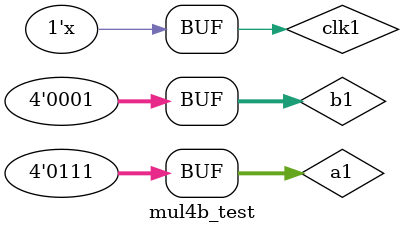
<source format=v>
`timescale 1ns / 1ps

module mul4b_test();
reg [3:0]a1;
reg [3:0]b1;
reg clk1 = 0;
wire [7:0]z1;

mul4b mul4b1(clk1, a1, b1, z1);
always #5 clk1 = ~clk1;
initial begin
    a1 = 4'b0010;
    b1 = 4'b0010;
    #100
    a1 = 4'b0011;
    b1 = 4'b0010;
    #100
    a1 = 4'b0011;
    b1 = 4'b0110;
    #100
    a1 = 4'b0101;
    b1 = 4'b0010;
    #100
    a1 = 4'b0111;
    b1 = 4'b0001;

end

endmodule


</source>
